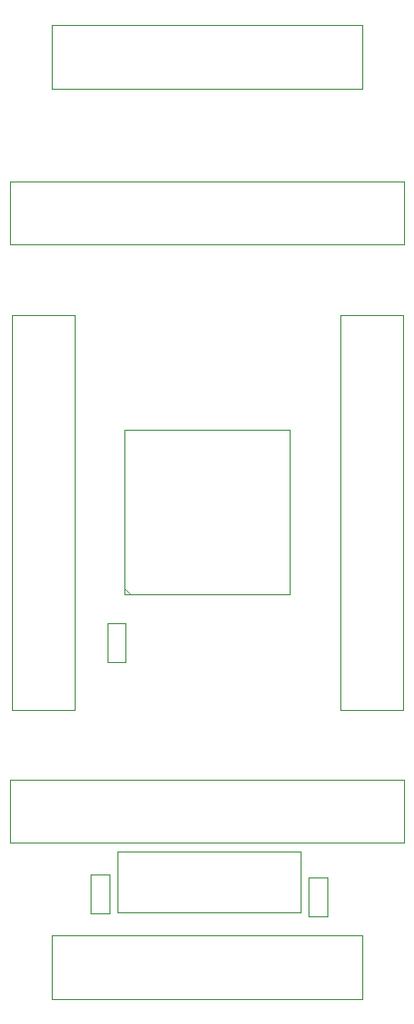
<source format=gbr>
%TF.GenerationSoftware,Altium Limited,Altium Designer,23.4.1 (23)*%
G04 Layer_Color=32768*
%FSLAX45Y45*%
%MOMM*%
%TF.SameCoordinates,7ABC1050-9991-4EB7-8225-191FA7049C92*%
%TF.FilePolarity,Positive*%
%TF.FileFunction,Other,Mechanical_15*%
%TF.Part,Single*%
G01*
G75*
%TA.AperFunction,NonConductor*%
%ADD39C,0.10000*%
%ADD40C,0.05080*%
%ADD41C,0.05000*%
D39*
X950000Y3800000D02*
Y5200000D01*
X2350000D01*
Y3800000D02*
Y5200000D01*
X950000Y3800000D02*
X2350000D01*
X950000Y3850000D02*
X1000000Y3800000D01*
D40*
X954600Y3223600D02*
Y3558200D01*
X798000Y3223600D02*
X954600D01*
X798000D02*
Y3558200D01*
X954600D01*
X658300Y1090000D02*
X814900D01*
Y1424600D01*
X658300D02*
X814900D01*
X658300Y1090000D02*
Y1424600D01*
X2512500Y1064600D02*
X2669100D01*
Y1399200D01*
X2512500D02*
X2669100D01*
X2512500Y1064600D02*
Y1399200D01*
D41*
X-26000Y1693500D02*
Y2226500D01*
X3326000D01*
Y1693500D02*
Y2226500D01*
X-26000Y1693500D02*
X3326000D01*
X-25000Y7306500D02*
X3327000D01*
X-25000Y6773500D02*
Y7306500D01*
Y6773500D02*
X3327000D01*
Y7306500D01*
X2779500Y2824000D02*
X3312500D01*
X2779500D02*
Y6176000D01*
X3312500D01*
Y2824000D02*
Y6176000D01*
X-12500D02*
X520500D01*
Y2824000D02*
Y6176000D01*
X-12500Y2824000D02*
X520500D01*
X-12500D02*
Y6176000D01*
X2971500Y362350D02*
Y907650D01*
X330500D02*
X2971500D01*
X330500Y362350D02*
Y907650D01*
Y362350D02*
X2971500D01*
X883700Y1618900D02*
X2443700D01*
Y1098900D02*
Y1618900D01*
X883700Y1098900D02*
X2443700D01*
X883700D02*
Y1618900D01*
X2971500Y8092350D02*
Y8637650D01*
X330500D02*
X2971500D01*
X330500Y8092350D02*
Y8637650D01*
Y8092350D02*
X2971500D01*
%TF.MD5,956b56d406641b3bb4611a750a8de9c4*%
M02*

</source>
